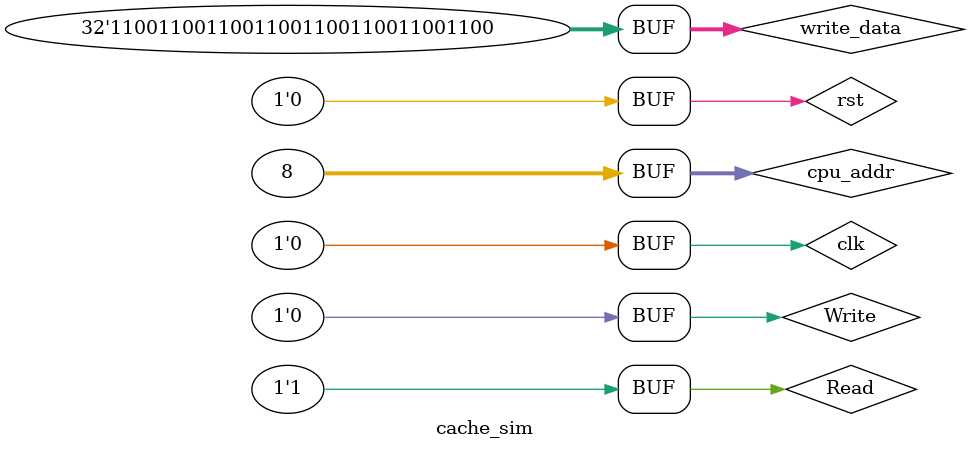
<source format=v>
`timescale 1ns / 1ps


module cache_sim(

    );
    reg clk;
    reg rst;
    reg [31:0] cpu_addr;
    reg [31:0] write_data;
    reg Read;
    reg Write;
    wire [31:0] data;
    wire ready;

    wire [31:0] mem_data;
    wire [31:0] block_data;
    wire [31:0] mem_addr;
    wire MemRead;
    wire MemWrite;
    wire ack;
    

    cache m0(
        .clk(clk),
        .rst(rst),
        .cpu_addr(cpu_addr),
        .write_data(write_data),
        .block_data(block_data),
        .Read(Read),
        .Write(Write),
        .ack(ack),
        .data(data),
        .mem_data(mem_data),
        .mem_addr(mem_addr),
        .MemRead(MemRead),
        .MemWrite(MemWrite),
        .ready(ready)
    );

    DMem m1(
        .clk(clk),
        .rst(rst),
        .wen(MemWrite),
        .ren(MemRead),
        .addr(mem_addr),
        .i_data(mem_data),
        .o_data(block_data),
        .ack(ack)
    );

    initial begin
        rst = 1'b1;
        Read = 0;
        Write = 0;
        #100;
        //Read miss
        rst = 0;
        cpu_addr = 32'h00000000;
        Read = 1; Write = 0;
        #100;
        //Read miss
        cpu_addr = 32'h00000004;
        Read = 1;
        Write = 0;
        #100;
        //Read hit
        cpu_addr = 32'h00000000;
        #100;
        cpu_addr = 32'h00000004;
        #100;
        //Write hit
        Read = 0;
        Write = 1;
        cpu_addr = 32'h00000000;
        write_data = 32'hAAAAAAAA;
        #100;
        //Read hit
        Read = 1;
        Write = 0;
        cpu_addr = 32'h00000000;
        #100;
        //Write hit
        Read = 0;
        Write = 1;
        cpu_addr = 32'h00000000;
        write_data = 32'hBBBBBBBB;
        #100;
        //Read Miss
        Read = 1;
        Write = 0;
        cpu_addr = 32'h00000020;
        #200;
        //Read Hit
        cpu_addr = 32'h00000000;
        #100;
        cpu_addr = 32'h00000020;
        #100;
        //Write back
        Read = 1;
        Write = 0;
        cpu_addr = 32'h00000060;
        #100;
        Read = 1;
        Write = 0;
        cpu_addr = 32'h00000000;
        #100;
        //Write miss
        Read = 0;
        Write = 1;
        cpu_addr = 32'h00000008;
        write_data = 32'hCCCCCCCC;
        #100;
        //Read hit
        Read = 1;
        Write = 0;
        cpu_addr = 32'h00000008;
        #100;
        
    end

    always begin
        clk <= 1'b1; #5;
        clk <= 1'b0; #5;
    end


endmodule

</source>
